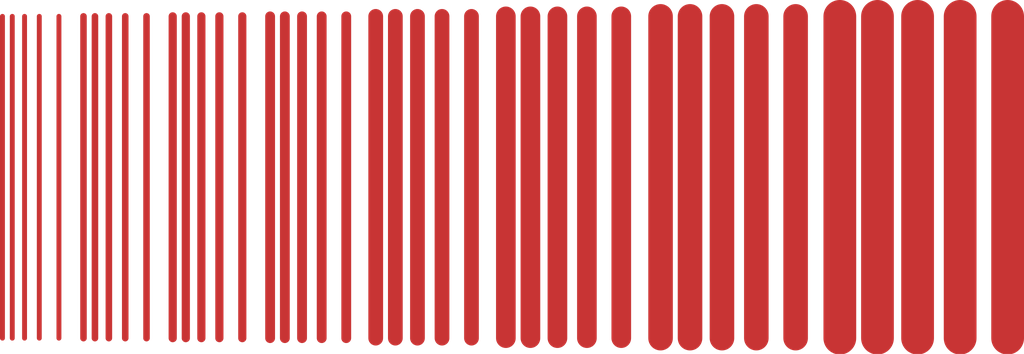
<source format=kicad_pcb>
(kicad_pcb (version 20221018) (generator pcbnew)

  (general
    (thickness 1.6)
  )

  (paper "A4")
  (layers
    (0 "F.Cu" signal)
    (31 "B.Cu" signal)
    (32 "B.Adhes" user "B.Adhesive")
    (33 "F.Adhes" user "F.Adhesive")
    (34 "B.Paste" user)
    (35 "F.Paste" user)
    (36 "B.SilkS" user "B.Silkscreen")
    (37 "F.SilkS" user "F.Silkscreen")
    (38 "B.Mask" user)
    (39 "F.Mask" user)
    (40 "Dwgs.User" user "User.Drawings")
    (41 "Cmts.User" user "User.Comments")
    (42 "Eco1.User" user "User.Eco1")
    (43 "Eco2.User" user "User.Eco2")
    (44 "Edge.Cuts" user)
    (45 "Margin" user)
    (46 "B.CrtYd" user "B.Courtyard")
    (47 "F.CrtYd" user "F.Courtyard")
    (48 "B.Fab" user)
    (49 "F.Fab" user)
    (50 "User.1" user)
    (51 "User.2" user)
    (52 "User.3" user)
    (53 "User.4" user)
    (54 "User.5" user)
    (55 "User.6" user)
    (56 "User.7" user)
    (57 "User.8" user)
    (58 "User.9" user)
  )

  (setup
    (stackup
      (layer "F.SilkS" (type "Top Silk Screen"))
      (layer "F.Paste" (type "Top Solder Paste"))
      (layer "F.Mask" (type "Top Solder Mask") (thickness 0.01))
      (layer "F.Cu" (type "copper") (thickness 0.035))
      (layer "dielectric 1" (type "core") (thickness 1.51) (material "FR4") (epsilon_r 4.5) (loss_tangent 0.02))
      (layer "B.Cu" (type "copper") (thickness 0.035))
      (layer "B.Mask" (type "Bottom Solder Mask") (thickness 0.01))
      (layer "B.Paste" (type "Bottom Solder Paste"))
      (layer "B.SilkS" (type "Bottom Silk Screen"))
      (copper_finish "None")
      (dielectric_constraints no)
    )
    (pad_to_mask_clearance 0)
    (pcbplotparams
      (layerselection 0x00010fc_ffffffff)
      (plot_on_all_layers_selection 0x0000000_00000000)
      (disableapertmacros false)
      (usegerberextensions false)
      (usegerberattributes true)
      (usegerberadvancedattributes true)
      (creategerberjobfile true)
      (dashed_line_dash_ratio 12.000000)
      (dashed_line_gap_ratio 3.000000)
      (svgprecision 4)
      (plotframeref false)
      (viasonmask false)
      (mode 1)
      (useauxorigin false)
      (hpglpennumber 1)
      (hpglpenspeed 20)
      (hpglpendiameter 15.000000)
      (dxfpolygonmode true)
      (dxfimperialunits true)
      (dxfusepcbnewfont true)
      (psnegative false)
      (psa4output false)
      (plotreference true)
      (plotvalue true)
      (plotinvisibletext false)
      (sketchpadsonfab false)
      (subtractmaskfromsilk false)
      (outputformat 1)
      (mirror false)
      (drillshape 1)
      (scaleselection 1)
      (outputdirectory "")
    )
  )

  (net 0 "")

  (segment (start 125 90) (end 125 100) (width 0.1524) (layer "F.Cu") (net 0) (tstamp 163a15f7-da77-43aa-a08c-33dd9ba5d630))
  (segment (start 125.3048 90) (end 125.3048 100) (width 0.1524) (layer "F.Cu") (net 0) (tstamp 163a15f7-da77-43aa-a08c-33dd9ba5d630))
  (segment (start 125.6858 90) (end 125.6858 100) (width 0.1524) (layer "F.Cu") (net 0) (tstamp 163a15f7-da77-43aa-a08c-33dd9ba5d630))
  (segment (start 126.143 90) (end 126.143 100) (width 0.1524) (layer "F.Cu") (net 0) (tstamp 163a15f7-da77-43aa-a08c-33dd9ba5d630))
  (segment (start 126.7526 90) (end 126.7526 100) (width 0.1524) (layer "F.Cu") (net 0) (tstamp 163a15f7-da77-43aa-a08c-33dd9ba5d630))
  (segment (start 127.5146 90) (end 127.5146 100) (width 0.2032) (layer "F.Cu") (net 0) (tstamp 163a15f7-da77-43aa-a08c-33dd9ba5d630))
  (segment (start 127.8702 90) (end 127.8702 100) (width 0.2032) (layer "F.Cu") (net 0) (tstamp 163a15f7-da77-43aa-a08c-33dd9ba5d630))
  (segment (start 128.302 90) (end 128.302 100) (width 0.2032) (layer "F.Cu") (net 0) (tstamp 163a15f7-da77-43aa-a08c-33dd9ba5d630))
  (segment (start 128.81 90) (end 128.81 100) (width 0.2032) (layer "F.Cu") (net 0) (tstamp 163a15f7-da77-43aa-a08c-33dd9ba5d630))
  (segment (start 129.4704 90) (end 129.4704 100) (width 0.2032) (layer "F.Cu") (net 0) (tstamp 163a15f7-da77-43aa-a08c-33dd9ba5d630))
  (segment (start 130.2832 90) (end 130.2832 100) (width 0.254) (layer "F.Cu") (net 0) (tstamp 163a15f7-da77-43aa-a08c-33dd9ba5d630))
  (segment (start 130.6896 90) (end 130.6896 100) (width 0.254) (layer "F.Cu") (net 0) (tstamp 163a15f7-da77-43aa-a08c-33dd9ba5d630))
  (segment (start 131.1722 90) (end 131.1722 100) (width 0.254) (layer "F.Cu") (net 0) (tstamp 163a15f7-da77-43aa-a08c-33dd9ba5d630))
  (segment (start 131.731 90) (end 131.731 100) (width 0.254) (layer "F.Cu") (net 0) (tstamp 163a15f7-da77-43aa-a08c-33dd9ba5d630))
  (segment (start 132.4422 90) (end 132.4422 100) (width 0.254) (layer "F.Cu") (net 0) (tstamp 163a15f7-da77-43aa-a08c-33dd9ba5d630))
  (segment (start 133.3058 90) (end 133.3058 100) (width 0.3048) (layer "F.Cu") (net 0) (tstamp 163a15f7-da77-43aa-a08c-33dd9ba5d630))
  (segment (start 133.763 90) (end 133.763 100) (width 0.3048) (layer "F.Cu") (net 0) (tstamp 163a15f7-da77-43aa-a08c-33dd9ba5d630))
  (segment (start 134.2964 90) (end 134.2964 100) (width 0.3048) (layer "F.Cu") (net 0) (tstamp 163a15f7-da77-43aa-a08c-33dd9ba5d630))
  (segment (start 134.906 90) (end 134.906 100) (width 0.3048) (layer "F.Cu") (net 0) (tstamp 163a15f7-da77-43aa-a08c-33dd9ba5d630))
  (segment (start 135.668 90) (end 135.668 100) (width 0.3048) (layer "F.Cu") (net 0) (tstamp 163a15f7-da77-43aa-a08c-33dd9ba5d630))
  (segment (start 136.5824 90) (end 136.5824 100) (width 0.4572) (layer "F.Cu") (net 0) (tstamp 163a15f7-da77-43aa-a08c-33dd9ba5d630))
  (segment (start 137.192 90) (end 137.192 100) (width 0.4572) (layer "F.Cu") (net 0) (tstamp 163a15f7-da77-43aa-a08c-33dd9ba5d630))
  (segment (start 137.8778 90) (end 137.8778 100) (width 0.4572) (layer "F.Cu") (net 0) (tstamp 163a15f7-da77-43aa-a08c-33dd9ba5d630))
  (segment (start 138.6398 90) (end 138.6398 100) (width 0.4572) (layer "F.Cu") (net 0) (tstamp 163a15f7-da77-43aa-a08c-33dd9ba5d630))
  (segment (start 139.5542 90) (end 139.5542 100) (width 0.4572) (layer "F.Cu") (net 0) (tstamp 163a15f7-da77-43aa-a08c-33dd9ba5d630))
  (segment (start 140.621 90) (end 140.621 100) (width 0.6096) (layer "F.Cu") (net 0) (tstamp 163a15f7-da77-43aa-a08c-33dd9ba5d630))
  (segment (start 141.383 90) (end 141.383 100) (width 0.6096) (layer "F.Cu") (net 0) (tstamp 163a15f7-da77-43aa-a08c-33dd9ba5d630))
  (segment (start 142.2212 90) (end 142.2212 100) (width 0.6096) (layer "F.Cu") (net 0) (tstamp 163a15f7-da77-43aa-a08c-33dd9ba5d630))
  (segment (start 143.1356 90) (end 143.1356 100) (width 0.6096) (layer "F.Cu") (net 0) (tstamp 163a15f7-da77-43aa-a08c-33dd9ba5d630))
  (segment (start 144.2024 90) (end 144.2024 100) (width 0.6096) (layer "F.Cu") (net 0) (tstamp 163a15f7-da77-43aa-a08c-33dd9ba5d630))
  (segment (start 145.4216 90) (end 145.4216 100) (width 0.762) (layer "F.Cu") (net 0) (tstamp 163a15f7-da77-43aa-a08c-33dd9ba5d630))
  (segment (start 146.336 90) (end 146.336 100) (width 0.762) (layer "F.Cu") (net 0) (tstamp 163a15f7-da77-43aa-a08c-33dd9ba5d630))
  (segment (start 147.3266 90) (end 147.3266 100) (width 0.762) (layer "F.Cu") (net 0) (tstamp 163a15f7-da77-43aa-a08c-33dd9ba5d630))
  (segment (start 148.3934 90) (end 148.3934 100) (width 0.762) (layer "F.Cu") (net 0) (tstamp 163a15f7-da77-43aa-a08c-33dd9ba5d630))
  (segment (start 149.6126 90) (end 149.6126 100) (width 0.762) (layer "F.Cu") (net 0) (tstamp 163a15f7-da77-43aa-a08c-33dd9ba5d630))
  (segment (start 150.9842 90) (end 150.9842 100) (width 1.016) (layer "F.Cu") (net 0) (tstamp 163a15f7-da77-43aa-a08c-33dd9ba5d630))
  (segment (start 152.1526 90) (end 152.1526 100) (width 1.016) (layer "F.Cu") (net 0) (tstamp 163a15f7-da77-43aa-a08c-33dd9ba5d630))
  (segment (start 153.3972 90) (end 153.3972 100) (width 1.016) (layer "F.Cu") (net 0) (tstamp 163a15f7-da77-43aa-a08c-33dd9ba5d630))
  (segment (start 154.718 90) (end 154.718 100) (width 1.016) (layer "F.Cu") (net 0) (tstamp 163a15f7-da77-43aa-a08c-33dd9ba5d630))
  (segment (start 156.1912 90) (end 156.1912 100) (width 1.016) (layer "F.Cu") (net 0) (tstamp 163a15f7-da77-43aa-a08c-33dd9ba5d630))

)

</source>
